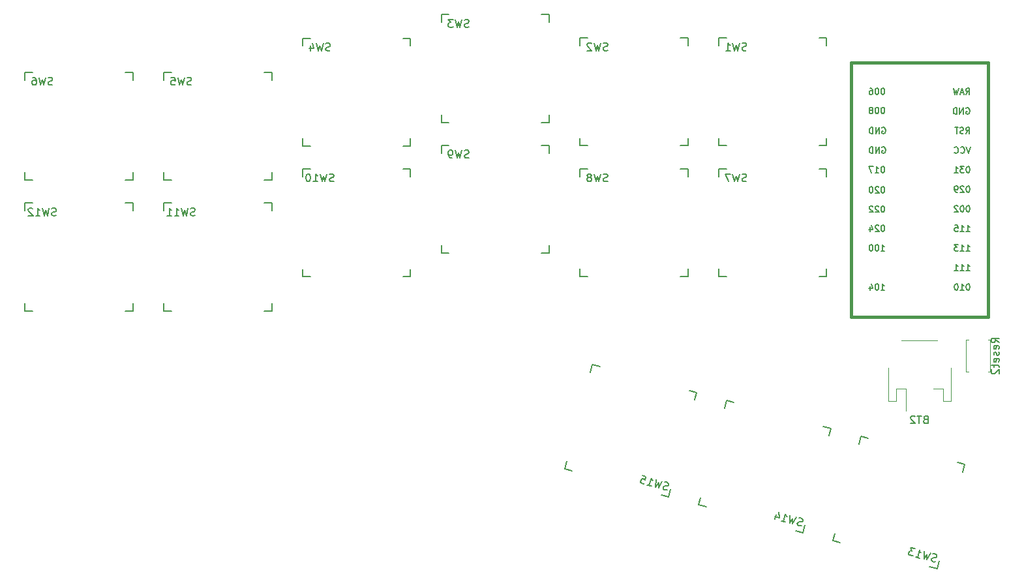
<source format=gbr>
%TF.GenerationSoftware,KiCad,Pcbnew,(5.1.12)-1*%
%TF.CreationDate,2021-12-12T00:25:17+00:00*%
%TF.ProjectId,StenoMi,5374656e-6f4d-4692-9e6b-696361645f70,rev?*%
%TF.SameCoordinates,Original*%
%TF.FileFunction,Legend,Bot*%
%TF.FilePolarity,Positive*%
%FSLAX46Y46*%
G04 Gerber Fmt 4.6, Leading zero omitted, Abs format (unit mm)*
G04 Created by KiCad (PCBNEW (5.1.12)-1) date 2021-12-12 00:25:17*
%MOMM*%
%LPD*%
G01*
G04 APERTURE LIST*
%ADD10C,0.381000*%
%ADD11C,0.120000*%
%ADD12C,0.150000*%
G04 APERTURE END LIST*
D10*
%TO.C,U1*%
X160020000Y-71120000D02*
X160020000Y-38100000D01*
X142240000Y-71120000D02*
X160020000Y-71120000D01*
X142240000Y-38100000D02*
X142240000Y-71120000D01*
X160020000Y-38100000D02*
X142240000Y-38100000D01*
D11*
%TO.C,Reset2*%
X160320000Y-78270000D02*
X160320000Y-74130000D01*
X157480000Y-74130000D02*
X157180000Y-74130000D01*
X157180000Y-74130000D02*
X157180000Y-78270000D01*
X160020000Y-78270000D02*
X160320000Y-78270000D01*
X157180000Y-78270000D02*
X157480000Y-78270000D01*
X160320000Y-74130000D02*
X160020000Y-74130000D01*
%TO.C,BT2*%
X147070000Y-77800000D02*
X147070000Y-82050000D01*
X147070000Y-82050000D02*
X148090000Y-82050000D01*
X148090000Y-82050000D02*
X148090000Y-80450000D01*
X148090000Y-80450000D02*
X149370000Y-80450000D01*
X149370000Y-80450000D02*
X149370000Y-83340000D01*
X155190000Y-77800000D02*
X155190000Y-82050000D01*
X155190000Y-82050000D02*
X154170000Y-82050000D01*
X154170000Y-82050000D02*
X154170000Y-80450000D01*
X154170000Y-80450000D02*
X152890000Y-80450000D01*
X148790000Y-74230000D02*
X153470000Y-74230000D01*
D12*
%TO.C,SW15*%
X118836039Y-93524388D02*
X118577219Y-94490314D01*
X118577219Y-94490314D02*
X117611294Y-94231495D01*
X121234760Y-80708533D02*
X122200686Y-80967353D01*
X122200686Y-80967353D02*
X121941867Y-81933278D01*
X108418905Y-78309812D02*
X108677725Y-77343886D01*
X108677725Y-77343886D02*
X109643650Y-77602705D01*
X106020184Y-91125667D02*
X105054258Y-90866847D01*
X105054258Y-90866847D02*
X105313077Y-89900922D01*
%TO.C,SW12*%
X35010210Y-57364687D02*
X35010210Y-56364687D01*
X35010210Y-56364687D02*
X36010210Y-56364687D01*
X36010210Y-70364687D02*
X35010210Y-70364687D01*
X35010210Y-70364687D02*
X35010210Y-69364687D01*
X49010210Y-69364687D02*
X49010210Y-70364687D01*
X49010210Y-70364687D02*
X48010210Y-70364687D01*
X48010210Y-56364687D02*
X49010210Y-56364687D01*
X49010210Y-56364687D02*
X49010210Y-57364687D01*
%TO.C,SW11*%
X53040034Y-57364687D02*
X53040034Y-56364687D01*
X53040034Y-56364687D02*
X54040034Y-56364687D01*
X54040034Y-70364687D02*
X53040034Y-70364687D01*
X53040034Y-70364687D02*
X53040034Y-69364687D01*
X67040034Y-69364687D02*
X67040034Y-70364687D01*
X67040034Y-70364687D02*
X66040034Y-70364687D01*
X66040034Y-56364687D02*
X67040034Y-56364687D01*
X67040034Y-56364687D02*
X67040034Y-57364687D01*
%TO.C,SW10*%
X71057608Y-52933077D02*
X71057608Y-51933077D01*
X71057608Y-51933077D02*
X72057608Y-51933077D01*
X72057608Y-65933077D02*
X71057608Y-65933077D01*
X71057608Y-65933077D02*
X71057608Y-64933077D01*
X85057608Y-64933077D02*
X85057608Y-65933077D01*
X85057608Y-65933077D02*
X84057608Y-65933077D01*
X84057608Y-51933077D02*
X85057608Y-51933077D01*
X85057608Y-51933077D02*
X85057608Y-52933077D01*
%TO.C,SW9*%
X89056221Y-49862250D02*
X89056221Y-48862250D01*
X89056221Y-48862250D02*
X90056221Y-48862250D01*
X90056221Y-62862250D02*
X89056221Y-62862250D01*
X89056221Y-62862250D02*
X89056221Y-61862250D01*
X103056221Y-61862250D02*
X103056221Y-62862250D01*
X103056221Y-62862250D02*
X102056221Y-62862250D01*
X102056221Y-48862250D02*
X103056221Y-48862250D01*
X103056221Y-48862250D02*
X103056221Y-49862250D01*
%TO.C,SW8*%
X107073910Y-52918007D02*
X107073910Y-51918007D01*
X107073910Y-51918007D02*
X108073910Y-51918007D01*
X108073910Y-65918007D02*
X107073910Y-65918007D01*
X107073910Y-65918007D02*
X107073910Y-64918007D01*
X121073910Y-64918007D02*
X121073910Y-65918007D01*
X121073910Y-65918007D02*
X120073910Y-65918007D01*
X120073910Y-51918007D02*
X121073910Y-51918007D01*
X121073910Y-51918007D02*
X121073910Y-52918007D01*
%TO.C,SW7*%
X125076304Y-52918007D02*
X125076304Y-51918007D01*
X125076304Y-51918007D02*
X126076304Y-51918007D01*
X126076304Y-65918007D02*
X125076304Y-65918007D01*
X125076304Y-65918007D02*
X125076304Y-64918007D01*
X139076304Y-64918007D02*
X139076304Y-65918007D01*
X139076304Y-65918007D02*
X138076304Y-65918007D01*
X138076304Y-51918007D02*
X139076304Y-51918007D01*
X139076304Y-51918007D02*
X139076304Y-52918007D01*
%TO.C,SW6*%
X35010210Y-40392980D02*
X35010210Y-39392980D01*
X35010210Y-39392980D02*
X36010210Y-39392980D01*
X36010210Y-53392980D02*
X35010210Y-53392980D01*
X35010210Y-53392980D02*
X35010210Y-52392980D01*
X49010210Y-52392980D02*
X49010210Y-53392980D01*
X49010210Y-53392980D02*
X48010210Y-53392980D01*
X48010210Y-39392980D02*
X49010210Y-39392980D01*
X49010210Y-39392980D02*
X49010210Y-40392980D01*
%TO.C,SW5*%
X53040034Y-40392980D02*
X53040034Y-39392980D01*
X53040034Y-39392980D02*
X54040034Y-39392980D01*
X54040034Y-53392980D02*
X53040034Y-53392980D01*
X53040034Y-53392980D02*
X53040034Y-52392980D01*
X67040034Y-52392980D02*
X67040034Y-53392980D01*
X67040034Y-53392980D02*
X66040034Y-53392980D01*
X66040034Y-39392980D02*
X67040034Y-39392980D01*
X67040034Y-39392980D02*
X67040034Y-40392980D01*
%TO.C,SW4*%
X71057608Y-35961370D02*
X71057608Y-34961370D01*
X71057608Y-34961370D02*
X72057608Y-34961370D01*
X72057608Y-48961370D02*
X71057608Y-48961370D01*
X71057608Y-48961370D02*
X71057608Y-47961370D01*
X85057608Y-47961370D02*
X85057608Y-48961370D01*
X85057608Y-48961370D02*
X84057608Y-48961370D01*
X84057608Y-34961370D02*
X85057608Y-34961370D01*
X85057608Y-34961370D02*
X85057608Y-35961370D01*
%TO.C,SW3*%
X89056221Y-32890543D02*
X89056221Y-31890543D01*
X89056221Y-31890543D02*
X90056221Y-31890543D01*
X90056221Y-45890543D02*
X89056221Y-45890543D01*
X89056221Y-45890543D02*
X89056221Y-44890543D01*
X103056221Y-44890543D02*
X103056221Y-45890543D01*
X103056221Y-45890543D02*
X102056221Y-45890543D01*
X102056221Y-31890543D02*
X103056221Y-31890543D01*
X103056221Y-31890543D02*
X103056221Y-32890543D01*
%TO.C,SW2*%
X107077606Y-35916303D02*
X107077606Y-34916303D01*
X107077606Y-34916303D02*
X108077606Y-34916303D01*
X108077606Y-48916303D02*
X107077606Y-48916303D01*
X107077606Y-48916303D02*
X107077606Y-47916303D01*
X121077606Y-47916303D02*
X121077606Y-48916303D01*
X121077606Y-48916303D02*
X120077606Y-48916303D01*
X120077606Y-34916303D02*
X121077606Y-34916303D01*
X121077606Y-34916303D02*
X121077606Y-35916303D01*
%TO.C,SW1*%
X125080000Y-35916303D02*
X125080000Y-34916303D01*
X125080000Y-34916303D02*
X126080000Y-34916303D01*
X126080000Y-48916303D02*
X125080000Y-48916303D01*
X125080000Y-48916303D02*
X125080000Y-47916303D01*
X139080000Y-47916303D02*
X139080000Y-48916303D01*
X139080000Y-48916303D02*
X138080000Y-48916303D01*
X138080000Y-34916303D02*
X139080000Y-34916303D01*
X139080000Y-34916303D02*
X139080000Y-35916303D01*
%TO.C,SW13*%
X153657262Y-102854707D02*
X153398442Y-103820633D01*
X153398442Y-103820633D02*
X152432517Y-103561814D01*
X156055983Y-90038852D02*
X157021909Y-90297672D01*
X157021909Y-90297672D02*
X156763090Y-91263597D01*
X143240128Y-87640131D02*
X143498948Y-86674205D01*
X143498948Y-86674205D02*
X144464873Y-86933024D01*
X140841407Y-100455986D02*
X139875481Y-100197166D01*
X139875481Y-100197166D02*
X140134300Y-99231241D01*
%TO.C,SW14*%
X136252214Y-98191038D02*
X135993394Y-99156964D01*
X135993394Y-99156964D02*
X135027469Y-98898145D01*
X138650935Y-85375183D02*
X139616861Y-85634003D01*
X139616861Y-85634003D02*
X139358042Y-86599928D01*
X125835080Y-82976462D02*
X126093900Y-82010536D01*
X126093900Y-82010536D02*
X127059825Y-82269355D01*
X123436359Y-95792317D02*
X122470433Y-95533497D01*
X122470433Y-95533497D02*
X122729252Y-94567572D01*
%TO.C,U1*%
X146392810Y-43941904D02*
X146316619Y-43941904D01*
X146240429Y-43980000D01*
X146202333Y-44018095D01*
X146164238Y-44094285D01*
X146126143Y-44246666D01*
X146126143Y-44437142D01*
X146164238Y-44589523D01*
X146202333Y-44665714D01*
X146240429Y-44703809D01*
X146316619Y-44741904D01*
X146392810Y-44741904D01*
X146469000Y-44703809D01*
X146507095Y-44665714D01*
X146545190Y-44589523D01*
X146583286Y-44437142D01*
X146583286Y-44246666D01*
X146545190Y-44094285D01*
X146507095Y-44018095D01*
X146469000Y-43980000D01*
X146392810Y-43941904D01*
X145630905Y-43941904D02*
X145554714Y-43941904D01*
X145478524Y-43980000D01*
X145440429Y-44018095D01*
X145402333Y-44094285D01*
X145364238Y-44246666D01*
X145364238Y-44437142D01*
X145402333Y-44589523D01*
X145440429Y-44665714D01*
X145478524Y-44703809D01*
X145554714Y-44741904D01*
X145630905Y-44741904D01*
X145707095Y-44703809D01*
X145745190Y-44665714D01*
X145783286Y-44589523D01*
X145821381Y-44437142D01*
X145821381Y-44246666D01*
X145783286Y-44094285D01*
X145745190Y-44018095D01*
X145707095Y-43980000D01*
X145630905Y-43941904D01*
X144907095Y-44284761D02*
X144983286Y-44246666D01*
X145021381Y-44208571D01*
X145059476Y-44132380D01*
X145059476Y-44094285D01*
X145021381Y-44018095D01*
X144983286Y-43980000D01*
X144907095Y-43941904D01*
X144754714Y-43941904D01*
X144678524Y-43980000D01*
X144640429Y-44018095D01*
X144602333Y-44094285D01*
X144602333Y-44132380D01*
X144640429Y-44208571D01*
X144678524Y-44246666D01*
X144754714Y-44284761D01*
X144907095Y-44284761D01*
X144983286Y-44322857D01*
X145021381Y-44360952D01*
X145059476Y-44437142D01*
X145059476Y-44589523D01*
X145021381Y-44665714D01*
X144983286Y-44703809D01*
X144907095Y-44741904D01*
X144754714Y-44741904D01*
X144678524Y-44703809D01*
X144640429Y-44665714D01*
X144602333Y-44589523D01*
X144602333Y-44437142D01*
X144640429Y-44360952D01*
X144678524Y-44322857D01*
X144754714Y-44284761D01*
X146392810Y-54241904D02*
X146316619Y-54241904D01*
X146240429Y-54280000D01*
X146202333Y-54318095D01*
X146164238Y-54394285D01*
X146126143Y-54546666D01*
X146126143Y-54737142D01*
X146164238Y-54889523D01*
X146202333Y-54965714D01*
X146240429Y-55003809D01*
X146316619Y-55041904D01*
X146392810Y-55041904D01*
X146469000Y-55003809D01*
X146507095Y-54965714D01*
X146545190Y-54889523D01*
X146583286Y-54737142D01*
X146583286Y-54546666D01*
X146545190Y-54394285D01*
X146507095Y-54318095D01*
X146469000Y-54280000D01*
X146392810Y-54241904D01*
X145821381Y-54318095D02*
X145783286Y-54280000D01*
X145707095Y-54241904D01*
X145516619Y-54241904D01*
X145440429Y-54280000D01*
X145402333Y-54318095D01*
X145364238Y-54394285D01*
X145364238Y-54470476D01*
X145402333Y-54584761D01*
X145859476Y-55041904D01*
X145364238Y-55041904D01*
X144869000Y-54241904D02*
X144792810Y-54241904D01*
X144716619Y-54280000D01*
X144678524Y-54318095D01*
X144640429Y-54394285D01*
X144602333Y-54546666D01*
X144602333Y-54737142D01*
X144640429Y-54889523D01*
X144678524Y-54965714D01*
X144716619Y-55003809D01*
X144792810Y-55041904D01*
X144869000Y-55041904D01*
X144945190Y-55003809D01*
X144983286Y-54965714D01*
X145021381Y-54889523D01*
X145059476Y-54737142D01*
X145059476Y-54546666D01*
X145021381Y-54394285D01*
X144983286Y-54318095D01*
X144945190Y-54280000D01*
X144869000Y-54241904D01*
X146392810Y-51631904D02*
X146316619Y-51631904D01*
X146240429Y-51670000D01*
X146202333Y-51708095D01*
X146164238Y-51784285D01*
X146126143Y-51936666D01*
X146126143Y-52127142D01*
X146164238Y-52279523D01*
X146202333Y-52355714D01*
X146240429Y-52393809D01*
X146316619Y-52431904D01*
X146392810Y-52431904D01*
X146469000Y-52393809D01*
X146507095Y-52355714D01*
X146545190Y-52279523D01*
X146583286Y-52127142D01*
X146583286Y-51936666D01*
X146545190Y-51784285D01*
X146507095Y-51708095D01*
X146469000Y-51670000D01*
X146392810Y-51631904D01*
X145364238Y-52431904D02*
X145821381Y-52431904D01*
X145592810Y-52431904D02*
X145592810Y-51631904D01*
X145669000Y-51746190D01*
X145745190Y-51822380D01*
X145821381Y-51860476D01*
X145097571Y-51631904D02*
X144564238Y-51631904D01*
X144907095Y-52431904D01*
X146278523Y-49130000D02*
X146354714Y-49091904D01*
X146469000Y-49091904D01*
X146583285Y-49130000D01*
X146659476Y-49206190D01*
X146697571Y-49282380D01*
X146735666Y-49434761D01*
X146735666Y-49549047D01*
X146697571Y-49701428D01*
X146659476Y-49777619D01*
X146583285Y-49853809D01*
X146469000Y-49891904D01*
X146392809Y-49891904D01*
X146278523Y-49853809D01*
X146240428Y-49815714D01*
X146240428Y-49549047D01*
X146392809Y-49549047D01*
X145897571Y-49891904D02*
X145897571Y-49091904D01*
X145440428Y-49891904D01*
X145440428Y-49091904D01*
X145059476Y-49891904D02*
X145059476Y-49091904D01*
X144869000Y-49091904D01*
X144754714Y-49130000D01*
X144678523Y-49206190D01*
X144640428Y-49282380D01*
X144602333Y-49434761D01*
X144602333Y-49549047D01*
X144640428Y-49701428D01*
X144678523Y-49777619D01*
X144754714Y-49853809D01*
X144869000Y-49891904D01*
X145059476Y-49891904D01*
X146278523Y-46590000D02*
X146354714Y-46551904D01*
X146469000Y-46551904D01*
X146583285Y-46590000D01*
X146659476Y-46666190D01*
X146697571Y-46742380D01*
X146735666Y-46894761D01*
X146735666Y-47009047D01*
X146697571Y-47161428D01*
X146659476Y-47237619D01*
X146583285Y-47313809D01*
X146469000Y-47351904D01*
X146392809Y-47351904D01*
X146278523Y-47313809D01*
X146240428Y-47275714D01*
X146240428Y-47009047D01*
X146392809Y-47009047D01*
X145897571Y-47351904D02*
X145897571Y-46551904D01*
X145440428Y-47351904D01*
X145440428Y-46551904D01*
X145059476Y-47351904D02*
X145059476Y-46551904D01*
X144869000Y-46551904D01*
X144754714Y-46590000D01*
X144678523Y-46666190D01*
X144640428Y-46742380D01*
X144602333Y-46894761D01*
X144602333Y-47009047D01*
X144640428Y-47161428D01*
X144678523Y-47237619D01*
X144754714Y-47313809D01*
X144869000Y-47351904D01*
X145059476Y-47351904D01*
X146392810Y-56741904D02*
X146316619Y-56741904D01*
X146240429Y-56780000D01*
X146202333Y-56818095D01*
X146164238Y-56894285D01*
X146126143Y-57046666D01*
X146126143Y-57237142D01*
X146164238Y-57389523D01*
X146202333Y-57465714D01*
X146240429Y-57503809D01*
X146316619Y-57541904D01*
X146392810Y-57541904D01*
X146469000Y-57503809D01*
X146507095Y-57465714D01*
X146545190Y-57389523D01*
X146583286Y-57237142D01*
X146583286Y-57046666D01*
X146545190Y-56894285D01*
X146507095Y-56818095D01*
X146469000Y-56780000D01*
X146392810Y-56741904D01*
X145821381Y-56818095D02*
X145783286Y-56780000D01*
X145707095Y-56741904D01*
X145516619Y-56741904D01*
X145440429Y-56780000D01*
X145402333Y-56818095D01*
X145364238Y-56894285D01*
X145364238Y-56970476D01*
X145402333Y-57084761D01*
X145859476Y-57541904D01*
X145364238Y-57541904D01*
X145059476Y-56818095D02*
X145021381Y-56780000D01*
X144945190Y-56741904D01*
X144754714Y-56741904D01*
X144678524Y-56780000D01*
X144640429Y-56818095D01*
X144602333Y-56894285D01*
X144602333Y-56970476D01*
X144640429Y-57084761D01*
X145097571Y-57541904D01*
X144602333Y-57541904D01*
X146392810Y-59241904D02*
X146316619Y-59241904D01*
X146240429Y-59280000D01*
X146202333Y-59318095D01*
X146164238Y-59394285D01*
X146126143Y-59546666D01*
X146126143Y-59737142D01*
X146164238Y-59889523D01*
X146202333Y-59965714D01*
X146240429Y-60003809D01*
X146316619Y-60041904D01*
X146392810Y-60041904D01*
X146469000Y-60003809D01*
X146507095Y-59965714D01*
X146545190Y-59889523D01*
X146583286Y-59737142D01*
X146583286Y-59546666D01*
X146545190Y-59394285D01*
X146507095Y-59318095D01*
X146469000Y-59280000D01*
X146392810Y-59241904D01*
X145821381Y-59318095D02*
X145783286Y-59280000D01*
X145707095Y-59241904D01*
X145516619Y-59241904D01*
X145440429Y-59280000D01*
X145402333Y-59318095D01*
X145364238Y-59394285D01*
X145364238Y-59470476D01*
X145402333Y-59584761D01*
X145859476Y-60041904D01*
X145364238Y-60041904D01*
X144678524Y-59508571D02*
X144678524Y-60041904D01*
X144869000Y-59203809D02*
X145059476Y-59775238D01*
X144564238Y-59775238D01*
X146126143Y-62591904D02*
X146583286Y-62591904D01*
X146354714Y-62591904D02*
X146354714Y-61791904D01*
X146430905Y-61906190D01*
X146507095Y-61982380D01*
X146583286Y-62020476D01*
X145630905Y-61791904D02*
X145554714Y-61791904D01*
X145478524Y-61830000D01*
X145440429Y-61868095D01*
X145402333Y-61944285D01*
X145364238Y-62096666D01*
X145364238Y-62287142D01*
X145402333Y-62439523D01*
X145440429Y-62515714D01*
X145478524Y-62553809D01*
X145554714Y-62591904D01*
X145630905Y-62591904D01*
X145707095Y-62553809D01*
X145745190Y-62515714D01*
X145783286Y-62439523D01*
X145821381Y-62287142D01*
X145821381Y-62096666D01*
X145783286Y-61944285D01*
X145745190Y-61868095D01*
X145707095Y-61830000D01*
X145630905Y-61791904D01*
X144869000Y-61791904D02*
X144792810Y-61791904D01*
X144716619Y-61830000D01*
X144678524Y-61868095D01*
X144640429Y-61944285D01*
X144602333Y-62096666D01*
X144602333Y-62287142D01*
X144640429Y-62439523D01*
X144678524Y-62515714D01*
X144716619Y-62553809D01*
X144792810Y-62591904D01*
X144869000Y-62591904D01*
X144945190Y-62553809D01*
X144983286Y-62515714D01*
X145021381Y-62439523D01*
X145059476Y-62287142D01*
X145059476Y-62096666D01*
X145021381Y-61944285D01*
X144983286Y-61868095D01*
X144945190Y-61830000D01*
X144869000Y-61791904D01*
X146126143Y-67671904D02*
X146583286Y-67671904D01*
X146354714Y-67671904D02*
X146354714Y-66871904D01*
X146430905Y-66986190D01*
X146507095Y-67062380D01*
X146583286Y-67100476D01*
X145630905Y-66871904D02*
X145554714Y-66871904D01*
X145478524Y-66910000D01*
X145440429Y-66948095D01*
X145402333Y-67024285D01*
X145364238Y-67176666D01*
X145364238Y-67367142D01*
X145402333Y-67519523D01*
X145440429Y-67595714D01*
X145478524Y-67633809D01*
X145554714Y-67671904D01*
X145630905Y-67671904D01*
X145707095Y-67633809D01*
X145745190Y-67595714D01*
X145783286Y-67519523D01*
X145821381Y-67367142D01*
X145821381Y-67176666D01*
X145783286Y-67024285D01*
X145745190Y-66948095D01*
X145707095Y-66910000D01*
X145630905Y-66871904D01*
X144678524Y-67138571D02*
X144678524Y-67671904D01*
X144869000Y-66833809D02*
X145059476Y-67405238D01*
X144564238Y-67405238D01*
X157200524Y-65131904D02*
X157657667Y-65131904D01*
X157429095Y-65131904D02*
X157429095Y-64331904D01*
X157505286Y-64446190D01*
X157581476Y-64522380D01*
X157657667Y-64560476D01*
X156438619Y-65131904D02*
X156895762Y-65131904D01*
X156667191Y-65131904D02*
X156667191Y-64331904D01*
X156743381Y-64446190D01*
X156819571Y-64522380D01*
X156895762Y-64560476D01*
X155676714Y-65131904D02*
X156133857Y-65131904D01*
X155905286Y-65131904D02*
X155905286Y-64331904D01*
X155981476Y-64446190D01*
X156057667Y-64522380D01*
X156133857Y-64560476D01*
X157200524Y-62591904D02*
X157657667Y-62591904D01*
X157429095Y-62591904D02*
X157429095Y-61791904D01*
X157505286Y-61906190D01*
X157581476Y-61982380D01*
X157657667Y-62020476D01*
X156438619Y-62591904D02*
X156895762Y-62591904D01*
X156667191Y-62591904D02*
X156667191Y-61791904D01*
X156743381Y-61906190D01*
X156819571Y-61982380D01*
X156895762Y-62020476D01*
X156171952Y-61791904D02*
X155676714Y-61791904D01*
X155943381Y-62096666D01*
X155829095Y-62096666D01*
X155752905Y-62134761D01*
X155714810Y-62172857D01*
X155676714Y-62249047D01*
X155676714Y-62439523D01*
X155714810Y-62515714D01*
X155752905Y-62553809D01*
X155829095Y-62591904D01*
X156057667Y-62591904D01*
X156133857Y-62553809D01*
X156171952Y-62515714D01*
X157467191Y-51631904D02*
X157391000Y-51631904D01*
X157314810Y-51670000D01*
X157276714Y-51708095D01*
X157238619Y-51784285D01*
X157200524Y-51936666D01*
X157200524Y-52127142D01*
X157238619Y-52279523D01*
X157276714Y-52355714D01*
X157314810Y-52393809D01*
X157391000Y-52431904D01*
X157467191Y-52431904D01*
X157543381Y-52393809D01*
X157581476Y-52355714D01*
X157619571Y-52279523D01*
X157657667Y-52127142D01*
X157657667Y-51936666D01*
X157619571Y-51784285D01*
X157581476Y-51708095D01*
X157543381Y-51670000D01*
X157467191Y-51631904D01*
X156933857Y-51631904D02*
X156438619Y-51631904D01*
X156705286Y-51936666D01*
X156591000Y-51936666D01*
X156514810Y-51974761D01*
X156476714Y-52012857D01*
X156438619Y-52089047D01*
X156438619Y-52279523D01*
X156476714Y-52355714D01*
X156514810Y-52393809D01*
X156591000Y-52431904D01*
X156819571Y-52431904D01*
X156895762Y-52393809D01*
X156933857Y-52355714D01*
X155676714Y-52431904D02*
X156133857Y-52431904D01*
X155905286Y-52431904D02*
X155905286Y-51631904D01*
X155981476Y-51746190D01*
X156057667Y-51822380D01*
X156133857Y-51860476D01*
X157733857Y-49091904D02*
X157467191Y-49891904D01*
X157200524Y-49091904D01*
X156476714Y-49815714D02*
X156514810Y-49853809D01*
X156629095Y-49891904D01*
X156705286Y-49891904D01*
X156819571Y-49853809D01*
X156895762Y-49777619D01*
X156933857Y-49701428D01*
X156971952Y-49549047D01*
X156971952Y-49434761D01*
X156933857Y-49282380D01*
X156895762Y-49206190D01*
X156819571Y-49130000D01*
X156705286Y-49091904D01*
X156629095Y-49091904D01*
X156514810Y-49130000D01*
X156476714Y-49168095D01*
X155676714Y-49815714D02*
X155714810Y-49853809D01*
X155829095Y-49891904D01*
X155905286Y-49891904D01*
X156019571Y-49853809D01*
X156095762Y-49777619D01*
X156133857Y-49701428D01*
X156171952Y-49549047D01*
X156171952Y-49434761D01*
X156133857Y-49282380D01*
X156095762Y-49206190D01*
X156019571Y-49130000D01*
X155905286Y-49091904D01*
X155829095Y-49091904D01*
X155714810Y-49130000D01*
X155676714Y-49168095D01*
X157194190Y-44050000D02*
X157270381Y-44011904D01*
X157384667Y-44011904D01*
X157498952Y-44050000D01*
X157575143Y-44126190D01*
X157613238Y-44202380D01*
X157651333Y-44354761D01*
X157651333Y-44469047D01*
X157613238Y-44621428D01*
X157575143Y-44697619D01*
X157498952Y-44773809D01*
X157384667Y-44811904D01*
X157308476Y-44811904D01*
X157194190Y-44773809D01*
X157156095Y-44735714D01*
X157156095Y-44469047D01*
X157308476Y-44469047D01*
X156813238Y-44811904D02*
X156813238Y-44011904D01*
X156356095Y-44811904D01*
X156356095Y-44011904D01*
X155975143Y-44811904D02*
X155975143Y-44011904D01*
X155784667Y-44011904D01*
X155670381Y-44050000D01*
X155594190Y-44126190D01*
X155556095Y-44202380D01*
X155518000Y-44354761D01*
X155518000Y-44469047D01*
X155556095Y-44621428D01*
X155594190Y-44697619D01*
X155670381Y-44773809D01*
X155784667Y-44811904D01*
X155975143Y-44811904D01*
X157156095Y-42271904D02*
X157422762Y-41890952D01*
X157613238Y-42271904D02*
X157613238Y-41471904D01*
X157308476Y-41471904D01*
X157232286Y-41510000D01*
X157194191Y-41548095D01*
X157156095Y-41624285D01*
X157156095Y-41738571D01*
X157194191Y-41814761D01*
X157232286Y-41852857D01*
X157308476Y-41890952D01*
X157613238Y-41890952D01*
X156851334Y-42043333D02*
X156470381Y-42043333D01*
X156927524Y-42271904D02*
X156660857Y-41471904D01*
X156394191Y-42271904D01*
X156203715Y-41471904D02*
X156013238Y-42271904D01*
X155860857Y-41700476D01*
X155708476Y-42271904D01*
X155518000Y-41471904D01*
X157467191Y-54171904D02*
X157391000Y-54171904D01*
X157314810Y-54210000D01*
X157276714Y-54248095D01*
X157238619Y-54324285D01*
X157200524Y-54476666D01*
X157200524Y-54667142D01*
X157238619Y-54819523D01*
X157276714Y-54895714D01*
X157314810Y-54933809D01*
X157391000Y-54971904D01*
X157467191Y-54971904D01*
X157543381Y-54933809D01*
X157581476Y-54895714D01*
X157619571Y-54819523D01*
X157657667Y-54667142D01*
X157657667Y-54476666D01*
X157619571Y-54324285D01*
X157581476Y-54248095D01*
X157543381Y-54210000D01*
X157467191Y-54171904D01*
X156895762Y-54248095D02*
X156857667Y-54210000D01*
X156781476Y-54171904D01*
X156591000Y-54171904D01*
X156514810Y-54210000D01*
X156476714Y-54248095D01*
X156438619Y-54324285D01*
X156438619Y-54400476D01*
X156476714Y-54514761D01*
X156933857Y-54971904D01*
X156438619Y-54971904D01*
X156057667Y-54971904D02*
X155905286Y-54971904D01*
X155829095Y-54933809D01*
X155791000Y-54895714D01*
X155714810Y-54781428D01*
X155676714Y-54629047D01*
X155676714Y-54324285D01*
X155714810Y-54248095D01*
X155752905Y-54210000D01*
X155829095Y-54171904D01*
X155981476Y-54171904D01*
X156057667Y-54210000D01*
X156095762Y-54248095D01*
X156133857Y-54324285D01*
X156133857Y-54514761D01*
X156095762Y-54590952D01*
X156057667Y-54629047D01*
X155981476Y-54667142D01*
X155829095Y-54667142D01*
X155752905Y-54629047D01*
X155714810Y-54590952D01*
X155676714Y-54514761D01*
X157467191Y-56711904D02*
X157391000Y-56711904D01*
X157314810Y-56750000D01*
X157276714Y-56788095D01*
X157238619Y-56864285D01*
X157200524Y-57016666D01*
X157200524Y-57207142D01*
X157238619Y-57359523D01*
X157276714Y-57435714D01*
X157314810Y-57473809D01*
X157391000Y-57511904D01*
X157467191Y-57511904D01*
X157543381Y-57473809D01*
X157581476Y-57435714D01*
X157619571Y-57359523D01*
X157657667Y-57207142D01*
X157657667Y-57016666D01*
X157619571Y-56864285D01*
X157581476Y-56788095D01*
X157543381Y-56750000D01*
X157467191Y-56711904D01*
X156705286Y-56711904D02*
X156629095Y-56711904D01*
X156552905Y-56750000D01*
X156514810Y-56788095D01*
X156476714Y-56864285D01*
X156438619Y-57016666D01*
X156438619Y-57207142D01*
X156476714Y-57359523D01*
X156514810Y-57435714D01*
X156552905Y-57473809D01*
X156629095Y-57511904D01*
X156705286Y-57511904D01*
X156781476Y-57473809D01*
X156819571Y-57435714D01*
X156857667Y-57359523D01*
X156895762Y-57207142D01*
X156895762Y-57016666D01*
X156857667Y-56864285D01*
X156819571Y-56788095D01*
X156781476Y-56750000D01*
X156705286Y-56711904D01*
X156133857Y-56788095D02*
X156095762Y-56750000D01*
X156019571Y-56711904D01*
X155829095Y-56711904D01*
X155752905Y-56750000D01*
X155714810Y-56788095D01*
X155676714Y-56864285D01*
X155676714Y-56940476D01*
X155714810Y-57054761D01*
X156171952Y-57511904D01*
X155676714Y-57511904D01*
X157200524Y-60051904D02*
X157657667Y-60051904D01*
X157429095Y-60051904D02*
X157429095Y-59251904D01*
X157505286Y-59366190D01*
X157581476Y-59442380D01*
X157657667Y-59480476D01*
X156438619Y-60051904D02*
X156895762Y-60051904D01*
X156667191Y-60051904D02*
X156667191Y-59251904D01*
X156743381Y-59366190D01*
X156819571Y-59442380D01*
X156895762Y-59480476D01*
X155714810Y-59251904D02*
X156095762Y-59251904D01*
X156133857Y-59632857D01*
X156095762Y-59594761D01*
X156019571Y-59556666D01*
X155829095Y-59556666D01*
X155752905Y-59594761D01*
X155714810Y-59632857D01*
X155676714Y-59709047D01*
X155676714Y-59899523D01*
X155714810Y-59975714D01*
X155752905Y-60013809D01*
X155829095Y-60051904D01*
X156019571Y-60051904D01*
X156095762Y-60013809D01*
X156133857Y-59975714D01*
X157467191Y-66871904D02*
X157391000Y-66871904D01*
X157314810Y-66910000D01*
X157276714Y-66948095D01*
X157238619Y-67024285D01*
X157200524Y-67176666D01*
X157200524Y-67367142D01*
X157238619Y-67519523D01*
X157276714Y-67595714D01*
X157314810Y-67633809D01*
X157391000Y-67671904D01*
X157467191Y-67671904D01*
X157543381Y-67633809D01*
X157581476Y-67595714D01*
X157619571Y-67519523D01*
X157657667Y-67367142D01*
X157657667Y-67176666D01*
X157619571Y-67024285D01*
X157581476Y-66948095D01*
X157543381Y-66910000D01*
X157467191Y-66871904D01*
X156438619Y-67671904D02*
X156895762Y-67671904D01*
X156667191Y-67671904D02*
X156667191Y-66871904D01*
X156743381Y-66986190D01*
X156819571Y-67062380D01*
X156895762Y-67100476D01*
X155943381Y-66871904D02*
X155867191Y-66871904D01*
X155791000Y-66910000D01*
X155752905Y-66948095D01*
X155714810Y-67024285D01*
X155676714Y-67176666D01*
X155676714Y-67367142D01*
X155714810Y-67519523D01*
X155752905Y-67595714D01*
X155791000Y-67633809D01*
X155867191Y-67671904D01*
X155943381Y-67671904D01*
X156019571Y-67633809D01*
X156057667Y-67595714D01*
X156095762Y-67519523D01*
X156133857Y-67367142D01*
X156133857Y-67176666D01*
X156095762Y-67024285D01*
X156057667Y-66948095D01*
X156019571Y-66910000D01*
X155943381Y-66871904D01*
X146392810Y-41471904D02*
X146316619Y-41471904D01*
X146240429Y-41510000D01*
X146202333Y-41548095D01*
X146164238Y-41624285D01*
X146126143Y-41776666D01*
X146126143Y-41967142D01*
X146164238Y-42119523D01*
X146202333Y-42195714D01*
X146240429Y-42233809D01*
X146316619Y-42271904D01*
X146392810Y-42271904D01*
X146469000Y-42233809D01*
X146507095Y-42195714D01*
X146545190Y-42119523D01*
X146583286Y-41967142D01*
X146583286Y-41776666D01*
X146545190Y-41624285D01*
X146507095Y-41548095D01*
X146469000Y-41510000D01*
X146392810Y-41471904D01*
X145630905Y-41471904D02*
X145554714Y-41471904D01*
X145478524Y-41510000D01*
X145440429Y-41548095D01*
X145402333Y-41624285D01*
X145364238Y-41776666D01*
X145364238Y-41967142D01*
X145402333Y-42119523D01*
X145440429Y-42195714D01*
X145478524Y-42233809D01*
X145554714Y-42271904D01*
X145630905Y-42271904D01*
X145707095Y-42233809D01*
X145745190Y-42195714D01*
X145783286Y-42119523D01*
X145821381Y-41967142D01*
X145821381Y-41776666D01*
X145783286Y-41624285D01*
X145745190Y-41548095D01*
X145707095Y-41510000D01*
X145630905Y-41471904D01*
X144678524Y-41471904D02*
X144830905Y-41471904D01*
X144907095Y-41510000D01*
X144945190Y-41548095D01*
X145021381Y-41662380D01*
X145059476Y-41814761D01*
X145059476Y-42119523D01*
X145021381Y-42195714D01*
X144983286Y-42233809D01*
X144907095Y-42271904D01*
X144754714Y-42271904D01*
X144678524Y-42233809D01*
X144640429Y-42195714D01*
X144602333Y-42119523D01*
X144602333Y-41929047D01*
X144640429Y-41852857D01*
X144678524Y-41814761D01*
X144754714Y-41776666D01*
X144907095Y-41776666D01*
X144983286Y-41814761D01*
X145021381Y-41852857D01*
X145059476Y-41929047D01*
X157156095Y-47351904D02*
X157422761Y-46970952D01*
X157613238Y-47351904D02*
X157613238Y-46551904D01*
X157308476Y-46551904D01*
X157232285Y-46590000D01*
X157194190Y-46628095D01*
X157156095Y-46704285D01*
X157156095Y-46818571D01*
X157194190Y-46894761D01*
X157232285Y-46932857D01*
X157308476Y-46970952D01*
X157613238Y-46970952D01*
X156851333Y-47313809D02*
X156737047Y-47351904D01*
X156546571Y-47351904D01*
X156470380Y-47313809D01*
X156432285Y-47275714D01*
X156394190Y-47199523D01*
X156394190Y-47123333D01*
X156432285Y-47047142D01*
X156470380Y-47009047D01*
X156546571Y-46970952D01*
X156698952Y-46932857D01*
X156775142Y-46894761D01*
X156813238Y-46856666D01*
X156851333Y-46780476D01*
X156851333Y-46704285D01*
X156813238Y-46628095D01*
X156775142Y-46590000D01*
X156698952Y-46551904D01*
X156508476Y-46551904D01*
X156394190Y-46590000D01*
X156165619Y-46551904D02*
X155708476Y-46551904D01*
X155937047Y-47351904D02*
X155937047Y-46551904D01*
%TO.C,Reset2*%
X161452380Y-74485714D02*
X160976190Y-74152380D01*
X161452380Y-73914285D02*
X160452380Y-73914285D01*
X160452380Y-74295238D01*
X160500000Y-74390476D01*
X160547619Y-74438095D01*
X160642857Y-74485714D01*
X160785714Y-74485714D01*
X160880952Y-74438095D01*
X160928571Y-74390476D01*
X160976190Y-74295238D01*
X160976190Y-73914285D01*
X161404761Y-75295238D02*
X161452380Y-75200000D01*
X161452380Y-75009523D01*
X161404761Y-74914285D01*
X161309523Y-74866666D01*
X160928571Y-74866666D01*
X160833333Y-74914285D01*
X160785714Y-75009523D01*
X160785714Y-75200000D01*
X160833333Y-75295238D01*
X160928571Y-75342857D01*
X161023809Y-75342857D01*
X161119047Y-74866666D01*
X161404761Y-75723809D02*
X161452380Y-75819047D01*
X161452380Y-76009523D01*
X161404761Y-76104761D01*
X161309523Y-76152380D01*
X161261904Y-76152380D01*
X161166666Y-76104761D01*
X161119047Y-76009523D01*
X161119047Y-75866666D01*
X161071428Y-75771428D01*
X160976190Y-75723809D01*
X160928571Y-75723809D01*
X160833333Y-75771428D01*
X160785714Y-75866666D01*
X160785714Y-76009523D01*
X160833333Y-76104761D01*
X161404761Y-76961904D02*
X161452380Y-76866666D01*
X161452380Y-76676190D01*
X161404761Y-76580952D01*
X161309523Y-76533333D01*
X160928571Y-76533333D01*
X160833333Y-76580952D01*
X160785714Y-76676190D01*
X160785714Y-76866666D01*
X160833333Y-76961904D01*
X160928571Y-77009523D01*
X161023809Y-77009523D01*
X161119047Y-76533333D01*
X160785714Y-77295238D02*
X160785714Y-77676190D01*
X160452380Y-77438095D02*
X161309523Y-77438095D01*
X161404761Y-77485714D01*
X161452380Y-77580952D01*
X161452380Y-77676190D01*
X160547619Y-77961904D02*
X160500000Y-78009523D01*
X160452380Y-78104761D01*
X160452380Y-78342857D01*
X160500000Y-78438095D01*
X160547619Y-78485714D01*
X160642857Y-78533333D01*
X160738095Y-78533333D01*
X160880952Y-78485714D01*
X161452380Y-77914285D01*
X161452380Y-78533333D01*
%TO.C,BT2*%
X151915714Y-84468571D02*
X151772857Y-84516190D01*
X151725238Y-84563809D01*
X151677619Y-84659047D01*
X151677619Y-84801904D01*
X151725238Y-84897142D01*
X151772857Y-84944761D01*
X151868095Y-84992380D01*
X152249047Y-84992380D01*
X152249047Y-83992380D01*
X151915714Y-83992380D01*
X151820476Y-84040000D01*
X151772857Y-84087619D01*
X151725238Y-84182857D01*
X151725238Y-84278095D01*
X151772857Y-84373333D01*
X151820476Y-84420952D01*
X151915714Y-84468571D01*
X152249047Y-84468571D01*
X151391904Y-83992380D02*
X150820476Y-83992380D01*
X151106190Y-84992380D02*
X151106190Y-83992380D01*
X150534761Y-84087619D02*
X150487142Y-84040000D01*
X150391904Y-83992380D01*
X150153809Y-83992380D01*
X150058571Y-84040000D01*
X150010952Y-84087619D01*
X149963333Y-84182857D01*
X149963333Y-84278095D01*
X150010952Y-84420952D01*
X150582380Y-84992380D01*
X149963333Y-84992380D01*
%TO.C,SW15*%
X118367233Y-93610757D02*
X118216919Y-93619779D01*
X117986937Y-93558155D01*
X117907269Y-93487510D01*
X117873597Y-93429188D01*
X117852250Y-93324871D01*
X117876899Y-93232878D01*
X117947545Y-93153210D01*
X118005866Y-93119538D01*
X118110184Y-93098191D01*
X118306494Y-93101493D01*
X118410812Y-93080146D01*
X118469133Y-93046474D01*
X118539779Y-92966806D01*
X118564429Y-92874813D01*
X118543082Y-92770496D01*
X118509410Y-92712174D01*
X118429742Y-92641528D01*
X118199759Y-92579905D01*
X118049445Y-92588927D01*
X117739795Y-92456658D02*
X117250993Y-93360960D01*
X117251878Y-92621714D01*
X116883022Y-93262362D01*
X116911858Y-92234813D01*
X115779106Y-92966569D02*
X116331064Y-93114466D01*
X116055085Y-93040517D02*
X116313904Y-92074592D01*
X116368923Y-92237230D01*
X116436266Y-92353873D01*
X116515935Y-92424519D01*
X115163992Y-91766474D02*
X115623957Y-91889721D01*
X115546706Y-92362010D01*
X115513035Y-92303689D01*
X115433366Y-92233043D01*
X115203384Y-92171420D01*
X115099066Y-92192767D01*
X115040745Y-92226438D01*
X114970099Y-92306107D01*
X114908476Y-92536089D01*
X114929823Y-92640407D01*
X114963495Y-92698728D01*
X115043163Y-92769374D01*
X115273145Y-92830997D01*
X115377463Y-92809650D01*
X115435784Y-92775978D01*
%TO.C,SW12*%
X39059733Y-57969448D02*
X38916876Y-58017067D01*
X38678781Y-58017067D01*
X38583543Y-57969448D01*
X38535924Y-57921829D01*
X38488305Y-57826591D01*
X38488305Y-57731353D01*
X38535924Y-57636115D01*
X38583543Y-57588496D01*
X38678781Y-57540877D01*
X38869257Y-57493258D01*
X38964495Y-57445639D01*
X39012114Y-57398020D01*
X39059733Y-57302782D01*
X39059733Y-57207544D01*
X39012114Y-57112306D01*
X38964495Y-57064687D01*
X38869257Y-57017067D01*
X38631162Y-57017067D01*
X38488305Y-57064687D01*
X38154971Y-57017067D02*
X37916876Y-58017067D01*
X37726400Y-57302782D01*
X37535924Y-58017067D01*
X37297829Y-57017067D01*
X36393067Y-58017067D02*
X36964495Y-58017067D01*
X36678781Y-58017067D02*
X36678781Y-57017067D01*
X36774019Y-57159925D01*
X36869257Y-57255163D01*
X36964495Y-57302782D01*
X36012114Y-57112306D02*
X35964495Y-57064687D01*
X35869257Y-57017067D01*
X35631162Y-57017067D01*
X35535924Y-57064687D01*
X35488305Y-57112306D01*
X35440686Y-57207544D01*
X35440686Y-57302782D01*
X35488305Y-57445639D01*
X36059733Y-58017067D01*
X35440686Y-58017067D01*
%TO.C,SW11*%
X57089557Y-57969448D02*
X56946700Y-58017067D01*
X56708605Y-58017067D01*
X56613367Y-57969448D01*
X56565748Y-57921829D01*
X56518129Y-57826591D01*
X56518129Y-57731353D01*
X56565748Y-57636115D01*
X56613367Y-57588496D01*
X56708605Y-57540877D01*
X56899081Y-57493258D01*
X56994319Y-57445639D01*
X57041938Y-57398020D01*
X57089557Y-57302782D01*
X57089557Y-57207544D01*
X57041938Y-57112306D01*
X56994319Y-57064687D01*
X56899081Y-57017067D01*
X56660986Y-57017067D01*
X56518129Y-57064687D01*
X56184795Y-57017067D02*
X55946700Y-58017067D01*
X55756224Y-57302782D01*
X55565748Y-58017067D01*
X55327653Y-57017067D01*
X54422891Y-58017067D02*
X54994319Y-58017067D01*
X54708605Y-58017067D02*
X54708605Y-57017067D01*
X54803843Y-57159925D01*
X54899081Y-57255163D01*
X54994319Y-57302782D01*
X53470510Y-58017067D02*
X54041938Y-58017067D01*
X53756224Y-58017067D02*
X53756224Y-57017067D01*
X53851462Y-57159925D01*
X53946700Y-57255163D01*
X54041938Y-57302782D01*
%TO.C,SW10*%
X75107131Y-53537838D02*
X74964274Y-53585457D01*
X74726179Y-53585457D01*
X74630941Y-53537838D01*
X74583322Y-53490219D01*
X74535703Y-53394981D01*
X74535703Y-53299743D01*
X74583322Y-53204505D01*
X74630941Y-53156886D01*
X74726179Y-53109267D01*
X74916655Y-53061648D01*
X75011893Y-53014029D01*
X75059512Y-52966410D01*
X75107131Y-52871172D01*
X75107131Y-52775934D01*
X75059512Y-52680696D01*
X75011893Y-52633077D01*
X74916655Y-52585457D01*
X74678560Y-52585457D01*
X74535703Y-52633077D01*
X74202369Y-52585457D02*
X73964274Y-53585457D01*
X73773798Y-52871172D01*
X73583322Y-53585457D01*
X73345227Y-52585457D01*
X72440465Y-53585457D02*
X73011893Y-53585457D01*
X72726179Y-53585457D02*
X72726179Y-52585457D01*
X72821417Y-52728315D01*
X72916655Y-52823553D01*
X73011893Y-52871172D01*
X71821417Y-52585457D02*
X71726179Y-52585457D01*
X71630941Y-52633077D01*
X71583322Y-52680696D01*
X71535703Y-52775934D01*
X71488084Y-52966410D01*
X71488084Y-53204505D01*
X71535703Y-53394981D01*
X71583322Y-53490219D01*
X71630941Y-53537838D01*
X71726179Y-53585457D01*
X71821417Y-53585457D01*
X71916655Y-53537838D01*
X71964274Y-53490219D01*
X72011893Y-53394981D01*
X72059512Y-53204505D01*
X72059512Y-52966410D01*
X72011893Y-52775934D01*
X71964274Y-52680696D01*
X71916655Y-52633077D01*
X71821417Y-52585457D01*
%TO.C,SW9*%
X92629554Y-50467011D02*
X92486697Y-50514630D01*
X92248601Y-50514630D01*
X92153363Y-50467011D01*
X92105744Y-50419392D01*
X92058125Y-50324154D01*
X92058125Y-50228916D01*
X92105744Y-50133678D01*
X92153363Y-50086059D01*
X92248601Y-50038440D01*
X92439078Y-49990821D01*
X92534316Y-49943202D01*
X92581935Y-49895583D01*
X92629554Y-49800345D01*
X92629554Y-49705107D01*
X92581935Y-49609869D01*
X92534316Y-49562250D01*
X92439078Y-49514630D01*
X92200982Y-49514630D01*
X92058125Y-49562250D01*
X91724792Y-49514630D02*
X91486697Y-50514630D01*
X91296221Y-49800345D01*
X91105744Y-50514630D01*
X90867649Y-49514630D01*
X90439078Y-50514630D02*
X90248601Y-50514630D01*
X90153363Y-50467011D01*
X90105744Y-50419392D01*
X90010506Y-50276535D01*
X89962887Y-50086059D01*
X89962887Y-49705107D01*
X90010506Y-49609869D01*
X90058125Y-49562250D01*
X90153363Y-49514630D01*
X90343840Y-49514630D01*
X90439078Y-49562250D01*
X90486697Y-49609869D01*
X90534316Y-49705107D01*
X90534316Y-49943202D01*
X90486697Y-50038440D01*
X90439078Y-50086059D01*
X90343840Y-50133678D01*
X90153363Y-50133678D01*
X90058125Y-50086059D01*
X90010506Y-50038440D01*
X89962887Y-49943202D01*
%TO.C,SW8*%
X110647243Y-53522768D02*
X110504386Y-53570387D01*
X110266290Y-53570387D01*
X110171052Y-53522768D01*
X110123433Y-53475149D01*
X110075814Y-53379911D01*
X110075814Y-53284673D01*
X110123433Y-53189435D01*
X110171052Y-53141816D01*
X110266290Y-53094197D01*
X110456767Y-53046578D01*
X110552005Y-52998959D01*
X110599624Y-52951340D01*
X110647243Y-52856102D01*
X110647243Y-52760864D01*
X110599624Y-52665626D01*
X110552005Y-52618007D01*
X110456767Y-52570387D01*
X110218671Y-52570387D01*
X110075814Y-52618007D01*
X109742481Y-52570387D02*
X109504386Y-53570387D01*
X109313910Y-52856102D01*
X109123433Y-53570387D01*
X108885338Y-52570387D01*
X108361529Y-52998959D02*
X108456767Y-52951340D01*
X108504386Y-52903721D01*
X108552005Y-52808483D01*
X108552005Y-52760864D01*
X108504386Y-52665626D01*
X108456767Y-52618007D01*
X108361529Y-52570387D01*
X108171052Y-52570387D01*
X108075814Y-52618007D01*
X108028195Y-52665626D01*
X107980576Y-52760864D01*
X107980576Y-52808483D01*
X108028195Y-52903721D01*
X108075814Y-52951340D01*
X108171052Y-52998959D01*
X108361529Y-52998959D01*
X108456767Y-53046578D01*
X108504386Y-53094197D01*
X108552005Y-53189435D01*
X108552005Y-53379911D01*
X108504386Y-53475149D01*
X108456767Y-53522768D01*
X108361529Y-53570387D01*
X108171052Y-53570387D01*
X108075814Y-53522768D01*
X108028195Y-53475149D01*
X107980576Y-53379911D01*
X107980576Y-53189435D01*
X108028195Y-53094197D01*
X108075814Y-53046578D01*
X108171052Y-52998959D01*
%TO.C,SW7*%
X128649637Y-53522768D02*
X128506780Y-53570387D01*
X128268684Y-53570387D01*
X128173446Y-53522768D01*
X128125827Y-53475149D01*
X128078208Y-53379911D01*
X128078208Y-53284673D01*
X128125827Y-53189435D01*
X128173446Y-53141816D01*
X128268684Y-53094197D01*
X128459161Y-53046578D01*
X128554399Y-52998959D01*
X128602018Y-52951340D01*
X128649637Y-52856102D01*
X128649637Y-52760864D01*
X128602018Y-52665626D01*
X128554399Y-52618007D01*
X128459161Y-52570387D01*
X128221065Y-52570387D01*
X128078208Y-52618007D01*
X127744875Y-52570387D02*
X127506780Y-53570387D01*
X127316304Y-52856102D01*
X127125827Y-53570387D01*
X126887732Y-52570387D01*
X126602018Y-52570387D02*
X125935351Y-52570387D01*
X126363923Y-53570387D01*
%TO.C,SW6*%
X38583543Y-40997741D02*
X38440686Y-41045360D01*
X38202590Y-41045360D01*
X38107352Y-40997741D01*
X38059733Y-40950122D01*
X38012114Y-40854884D01*
X38012114Y-40759646D01*
X38059733Y-40664408D01*
X38107352Y-40616789D01*
X38202590Y-40569170D01*
X38393067Y-40521551D01*
X38488305Y-40473932D01*
X38535924Y-40426313D01*
X38583543Y-40331075D01*
X38583543Y-40235837D01*
X38535924Y-40140599D01*
X38488305Y-40092980D01*
X38393067Y-40045360D01*
X38154971Y-40045360D01*
X38012114Y-40092980D01*
X37678781Y-40045360D02*
X37440686Y-41045360D01*
X37250210Y-40331075D01*
X37059733Y-41045360D01*
X36821638Y-40045360D01*
X36012114Y-40045360D02*
X36202590Y-40045360D01*
X36297829Y-40092980D01*
X36345448Y-40140599D01*
X36440686Y-40283456D01*
X36488305Y-40473932D01*
X36488305Y-40854884D01*
X36440686Y-40950122D01*
X36393067Y-40997741D01*
X36297829Y-41045360D01*
X36107352Y-41045360D01*
X36012114Y-40997741D01*
X35964495Y-40950122D01*
X35916876Y-40854884D01*
X35916876Y-40616789D01*
X35964495Y-40521551D01*
X36012114Y-40473932D01*
X36107352Y-40426313D01*
X36297829Y-40426313D01*
X36393067Y-40473932D01*
X36440686Y-40521551D01*
X36488305Y-40616789D01*
%TO.C,SW5*%
X56613367Y-40997741D02*
X56470510Y-41045360D01*
X56232414Y-41045360D01*
X56137176Y-40997741D01*
X56089557Y-40950122D01*
X56041938Y-40854884D01*
X56041938Y-40759646D01*
X56089557Y-40664408D01*
X56137176Y-40616789D01*
X56232414Y-40569170D01*
X56422891Y-40521551D01*
X56518129Y-40473932D01*
X56565748Y-40426313D01*
X56613367Y-40331075D01*
X56613367Y-40235837D01*
X56565748Y-40140599D01*
X56518129Y-40092980D01*
X56422891Y-40045360D01*
X56184795Y-40045360D01*
X56041938Y-40092980D01*
X55708605Y-40045360D02*
X55470510Y-41045360D01*
X55280034Y-40331075D01*
X55089557Y-41045360D01*
X54851462Y-40045360D01*
X53994319Y-40045360D02*
X54470510Y-40045360D01*
X54518129Y-40521551D01*
X54470510Y-40473932D01*
X54375272Y-40426313D01*
X54137176Y-40426313D01*
X54041938Y-40473932D01*
X53994319Y-40521551D01*
X53946700Y-40616789D01*
X53946700Y-40854884D01*
X53994319Y-40950122D01*
X54041938Y-40997741D01*
X54137176Y-41045360D01*
X54375272Y-41045360D01*
X54470510Y-40997741D01*
X54518129Y-40950122D01*
%TO.C,SW4*%
X74630941Y-36566131D02*
X74488084Y-36613750D01*
X74249988Y-36613750D01*
X74154750Y-36566131D01*
X74107131Y-36518512D01*
X74059512Y-36423274D01*
X74059512Y-36328036D01*
X74107131Y-36232798D01*
X74154750Y-36185179D01*
X74249988Y-36137560D01*
X74440465Y-36089941D01*
X74535703Y-36042322D01*
X74583322Y-35994703D01*
X74630941Y-35899465D01*
X74630941Y-35804227D01*
X74583322Y-35708989D01*
X74535703Y-35661370D01*
X74440465Y-35613750D01*
X74202369Y-35613750D01*
X74059512Y-35661370D01*
X73726179Y-35613750D02*
X73488084Y-36613750D01*
X73297608Y-35899465D01*
X73107131Y-36613750D01*
X72869036Y-35613750D01*
X72059512Y-35947084D02*
X72059512Y-36613750D01*
X72297608Y-35566131D02*
X72535703Y-36280417D01*
X71916655Y-36280417D01*
%TO.C,SW3*%
X92629554Y-33495304D02*
X92486697Y-33542923D01*
X92248601Y-33542923D01*
X92153363Y-33495304D01*
X92105744Y-33447685D01*
X92058125Y-33352447D01*
X92058125Y-33257209D01*
X92105744Y-33161971D01*
X92153363Y-33114352D01*
X92248601Y-33066733D01*
X92439078Y-33019114D01*
X92534316Y-32971495D01*
X92581935Y-32923876D01*
X92629554Y-32828638D01*
X92629554Y-32733400D01*
X92581935Y-32638162D01*
X92534316Y-32590543D01*
X92439078Y-32542923D01*
X92200982Y-32542923D01*
X92058125Y-32590543D01*
X91724792Y-32542923D02*
X91486697Y-33542923D01*
X91296221Y-32828638D01*
X91105744Y-33542923D01*
X90867649Y-32542923D01*
X90581935Y-32542923D02*
X89962887Y-32542923D01*
X90296221Y-32923876D01*
X90153363Y-32923876D01*
X90058125Y-32971495D01*
X90010506Y-33019114D01*
X89962887Y-33114352D01*
X89962887Y-33352447D01*
X90010506Y-33447685D01*
X90058125Y-33495304D01*
X90153363Y-33542923D01*
X90439078Y-33542923D01*
X90534316Y-33495304D01*
X90581935Y-33447685D01*
%TO.C,SW2*%
X110650939Y-36521064D02*
X110508082Y-36568683D01*
X110269986Y-36568683D01*
X110174748Y-36521064D01*
X110127129Y-36473445D01*
X110079510Y-36378207D01*
X110079510Y-36282969D01*
X110127129Y-36187731D01*
X110174748Y-36140112D01*
X110269986Y-36092493D01*
X110460463Y-36044874D01*
X110555701Y-35997255D01*
X110603320Y-35949636D01*
X110650939Y-35854398D01*
X110650939Y-35759160D01*
X110603320Y-35663922D01*
X110555701Y-35616303D01*
X110460463Y-35568683D01*
X110222367Y-35568683D01*
X110079510Y-35616303D01*
X109746177Y-35568683D02*
X109508082Y-36568683D01*
X109317606Y-35854398D01*
X109127129Y-36568683D01*
X108889034Y-35568683D01*
X108555701Y-35663922D02*
X108508082Y-35616303D01*
X108412844Y-35568683D01*
X108174748Y-35568683D01*
X108079510Y-35616303D01*
X108031891Y-35663922D01*
X107984272Y-35759160D01*
X107984272Y-35854398D01*
X108031891Y-35997255D01*
X108603320Y-36568683D01*
X107984272Y-36568683D01*
%TO.C,SW1*%
X128653333Y-36521064D02*
X128510476Y-36568683D01*
X128272380Y-36568683D01*
X128177142Y-36521064D01*
X128129523Y-36473445D01*
X128081904Y-36378207D01*
X128081904Y-36282969D01*
X128129523Y-36187731D01*
X128177142Y-36140112D01*
X128272380Y-36092493D01*
X128462857Y-36044874D01*
X128558095Y-35997255D01*
X128605714Y-35949636D01*
X128653333Y-35854398D01*
X128653333Y-35759160D01*
X128605714Y-35663922D01*
X128558095Y-35616303D01*
X128462857Y-35568683D01*
X128224761Y-35568683D01*
X128081904Y-35616303D01*
X127748571Y-35568683D02*
X127510476Y-36568683D01*
X127320000Y-35854398D01*
X127129523Y-36568683D01*
X126891428Y-35568683D01*
X125986666Y-36568683D02*
X126558095Y-36568683D01*
X126272380Y-36568683D02*
X126272380Y-35568683D01*
X126367619Y-35711541D01*
X126462857Y-35806779D01*
X126558095Y-35854398D01*
%TO.C,SW13*%
X153188456Y-102941076D02*
X153038142Y-102950098D01*
X152808160Y-102888474D01*
X152728492Y-102817829D01*
X152694820Y-102759507D01*
X152673473Y-102655190D01*
X152698122Y-102563197D01*
X152768768Y-102483529D01*
X152827089Y-102449857D01*
X152931407Y-102428510D01*
X153127717Y-102431812D01*
X153232035Y-102410465D01*
X153290356Y-102376793D01*
X153361002Y-102297125D01*
X153385652Y-102205132D01*
X153364305Y-102100815D01*
X153330633Y-102042493D01*
X153250965Y-101971847D01*
X153020982Y-101910224D01*
X152870668Y-101919246D01*
X152561018Y-101786977D02*
X152072216Y-102691279D01*
X152073101Y-101952033D01*
X151704245Y-102592681D01*
X151733081Y-101565132D01*
X150600329Y-102296888D02*
X151152287Y-102444785D01*
X150876308Y-102370836D02*
X151135127Y-101404911D01*
X151190146Y-101567549D01*
X151257489Y-101684192D01*
X151337158Y-101754838D01*
X150537173Y-101244689D02*
X149939219Y-101084468D01*
X150162597Y-101538713D01*
X150024607Y-101501739D01*
X149920289Y-101523086D01*
X149861968Y-101556757D01*
X149791322Y-101636426D01*
X149729699Y-101866408D01*
X149751046Y-101970726D01*
X149784718Y-102029047D01*
X149864386Y-102099693D01*
X150140365Y-102173641D01*
X150244682Y-102152294D01*
X150303003Y-102118622D01*
%TO.C,SW14*%
X135783408Y-98277407D02*
X135633094Y-98286429D01*
X135403112Y-98224805D01*
X135323444Y-98154160D01*
X135289772Y-98095838D01*
X135268425Y-97991521D01*
X135293074Y-97899528D01*
X135363720Y-97819860D01*
X135422041Y-97786188D01*
X135526359Y-97764841D01*
X135722669Y-97768143D01*
X135826987Y-97746796D01*
X135885308Y-97713124D01*
X135955954Y-97633456D01*
X135980604Y-97541463D01*
X135959257Y-97437146D01*
X135925585Y-97378824D01*
X135845917Y-97308178D01*
X135615934Y-97246555D01*
X135465620Y-97255577D01*
X135155970Y-97123308D02*
X134667168Y-98027610D01*
X134668053Y-97288364D01*
X134299197Y-97929012D01*
X134328033Y-96901463D01*
X133195281Y-97633219D02*
X133747239Y-97781116D01*
X133471260Y-97707167D02*
X133730079Y-96741242D01*
X133785098Y-96903880D01*
X133852441Y-97020523D01*
X133932110Y-97091169D01*
X132539891Y-96767424D02*
X132367345Y-97411374D01*
X132868471Y-96461075D02*
X132913583Y-97212646D01*
X132315628Y-97052425D01*
%TD*%
M02*

</source>
